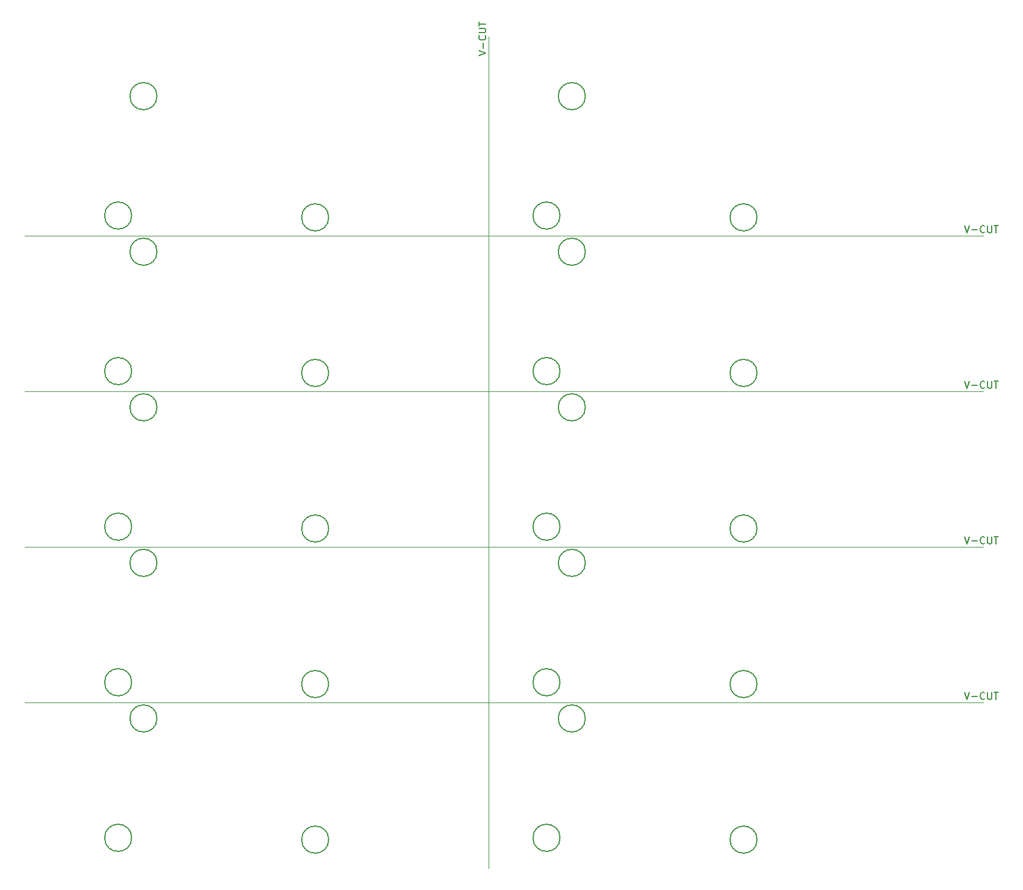
<source format=gbr>
G04 #@! TF.GenerationSoftware,KiCad,Pcbnew,5.1.0-060a0da~80~ubuntu18.04.1*
G04 #@! TF.CreationDate,2019-05-13T00:27:14+02:00*
G04 #@! TF.ProjectId,m3_2x5_panel,6d335f32-7835-45f7-9061-6e656c2e6b69,rev?*
G04 #@! TF.SameCoordinates,Original*
G04 #@! TF.FileFunction,Other,Comment*
%FSLAX46Y46*%
G04 Gerber Fmt 4.6, Leading zero omitted, Abs format (unit mm)*
G04 Created by KiCad (PCBNEW 5.1.0-060a0da~80~ubuntu18.04.1) date 2019-05-13 00:27:14*
%MOMM*%
%LPD*%
G04 APERTURE LIST*
%ADD10C,0.150000*%
%ADD11C,0.100000*%
G04 APERTURE END LIST*
D10*
X200952857Y-131464380D02*
X201286190Y-132464380D01*
X201619523Y-131464380D01*
X201952857Y-132083428D02*
X202714761Y-132083428D01*
X203762380Y-132369142D02*
X203714761Y-132416761D01*
X203571904Y-132464380D01*
X203476666Y-132464380D01*
X203333809Y-132416761D01*
X203238571Y-132321523D01*
X203190952Y-132226285D01*
X203143333Y-132035809D01*
X203143333Y-131892952D01*
X203190952Y-131702476D01*
X203238571Y-131607238D01*
X203333809Y-131512000D01*
X203476666Y-131464380D01*
X203571904Y-131464380D01*
X203714761Y-131512000D01*
X203762380Y-131559619D01*
X204190952Y-131464380D02*
X204190952Y-132273904D01*
X204238571Y-132369142D01*
X204286190Y-132416761D01*
X204381428Y-132464380D01*
X204571904Y-132464380D01*
X204667142Y-132416761D01*
X204714761Y-132369142D01*
X204762380Y-132273904D01*
X204762380Y-131464380D01*
X205095714Y-131464380D02*
X205667142Y-131464380D01*
X205381428Y-132464380D02*
X205381428Y-131464380D01*
X200952857Y-109620380D02*
X201286190Y-110620380D01*
X201619523Y-109620380D01*
X201952857Y-110239428D02*
X202714761Y-110239428D01*
X203762380Y-110525142D02*
X203714761Y-110572761D01*
X203571904Y-110620380D01*
X203476666Y-110620380D01*
X203333809Y-110572761D01*
X203238571Y-110477523D01*
X203190952Y-110382285D01*
X203143333Y-110191809D01*
X203143333Y-110048952D01*
X203190952Y-109858476D01*
X203238571Y-109763238D01*
X203333809Y-109668000D01*
X203476666Y-109620380D01*
X203571904Y-109620380D01*
X203714761Y-109668000D01*
X203762380Y-109715619D01*
X204190952Y-109620380D02*
X204190952Y-110429904D01*
X204238571Y-110525142D01*
X204286190Y-110572761D01*
X204381428Y-110620380D01*
X204571904Y-110620380D01*
X204667142Y-110572761D01*
X204714761Y-110525142D01*
X204762380Y-110429904D01*
X204762380Y-109620380D01*
X205095714Y-109620380D02*
X205667142Y-109620380D01*
X205381428Y-110620380D02*
X205381428Y-109620380D01*
X200952857Y-87776380D02*
X201286190Y-88776380D01*
X201619523Y-87776380D01*
X201952857Y-88395428D02*
X202714761Y-88395428D01*
X203762380Y-88681142D02*
X203714761Y-88728761D01*
X203571904Y-88776380D01*
X203476666Y-88776380D01*
X203333809Y-88728761D01*
X203238571Y-88633523D01*
X203190952Y-88538285D01*
X203143333Y-88347809D01*
X203143333Y-88204952D01*
X203190952Y-88014476D01*
X203238571Y-87919238D01*
X203333809Y-87824000D01*
X203476666Y-87776380D01*
X203571904Y-87776380D01*
X203714761Y-87824000D01*
X203762380Y-87871619D01*
X204190952Y-87776380D02*
X204190952Y-88585904D01*
X204238571Y-88681142D01*
X204286190Y-88728761D01*
X204381428Y-88776380D01*
X204571904Y-88776380D01*
X204667142Y-88728761D01*
X204714761Y-88681142D01*
X204762380Y-88585904D01*
X204762380Y-87776380D01*
X205095714Y-87776380D02*
X205667142Y-87776380D01*
X205381428Y-88776380D02*
X205381428Y-87776380D01*
D11*
X203540000Y-132862000D02*
X68860000Y-132862000D01*
X203540000Y-111018000D02*
X68860000Y-111018000D01*
X203540000Y-89174000D02*
X68860000Y-89174000D01*
D10*
X200952857Y-65932380D02*
X201286190Y-66932380D01*
X201619523Y-65932380D01*
X201952857Y-66551428D02*
X202714761Y-66551428D01*
X203762380Y-66837142D02*
X203714761Y-66884761D01*
X203571904Y-66932380D01*
X203476666Y-66932380D01*
X203333809Y-66884761D01*
X203238571Y-66789523D01*
X203190952Y-66694285D01*
X203143333Y-66503809D01*
X203143333Y-66360952D01*
X203190952Y-66170476D01*
X203238571Y-66075238D01*
X203333809Y-65980000D01*
X203476666Y-65932380D01*
X203571904Y-65932380D01*
X203714761Y-65980000D01*
X203762380Y-66027619D01*
X204190952Y-65932380D02*
X204190952Y-66741904D01*
X204238571Y-66837142D01*
X204286190Y-66884761D01*
X204381428Y-66932380D01*
X204571904Y-66932380D01*
X204667142Y-66884761D01*
X204714761Y-66837142D01*
X204762380Y-66741904D01*
X204762380Y-65932380D01*
X205095714Y-65932380D02*
X205667142Y-65932380D01*
X205381428Y-66932380D02*
X205381428Y-65932380D01*
D11*
X203540000Y-67330000D02*
X68860000Y-67330000D01*
D10*
X132662380Y-42057142D02*
X133662380Y-41723809D01*
X132662380Y-41390476D01*
X133281428Y-41057142D02*
X133281428Y-40295238D01*
X133567142Y-39247619D02*
X133614761Y-39295238D01*
X133662380Y-39438095D01*
X133662380Y-39533333D01*
X133614761Y-39676190D01*
X133519523Y-39771428D01*
X133424285Y-39819047D01*
X133233809Y-39866666D01*
X133090952Y-39866666D01*
X132900476Y-39819047D01*
X132805238Y-39771428D01*
X132710000Y-39676190D01*
X132662380Y-39533333D01*
X132662380Y-39438095D01*
X132710000Y-39295238D01*
X132757619Y-39247619D01*
X132662380Y-38819047D02*
X133471904Y-38819047D01*
X133567142Y-38771428D01*
X133614761Y-38723809D01*
X133662380Y-38628571D01*
X133662380Y-38438095D01*
X133614761Y-38342857D01*
X133567142Y-38295238D01*
X133471904Y-38247619D01*
X132662380Y-38247619D01*
X132662380Y-37914285D02*
X132662380Y-37342857D01*
X133662380Y-37628571D02*
X132662380Y-37628571D01*
D11*
X134060000Y-39470000D02*
X134060000Y-156210000D01*
D10*
X144086000Y-151910000D02*
G75*
G03X144086000Y-151910000I-1900000J0D01*
G01*
X83888000Y-151910000D02*
G75*
G03X83888000Y-151910000I-1900000J0D01*
G01*
X144086000Y-130066000D02*
G75*
G03X144086000Y-130066000I-1900000J0D01*
G01*
X83888000Y-130066000D02*
G75*
G03X83888000Y-130066000I-1900000J0D01*
G01*
X144086000Y-108222000D02*
G75*
G03X144086000Y-108222000I-1900000J0D01*
G01*
X83888000Y-108222000D02*
G75*
G03X83888000Y-108222000I-1900000J0D01*
G01*
X144086000Y-86378000D02*
G75*
G03X144086000Y-86378000I-1900000J0D01*
G01*
X83888000Y-86378000D02*
G75*
G03X83888000Y-86378000I-1900000J0D01*
G01*
X144086000Y-64534000D02*
G75*
G03X144086000Y-64534000I-1900000J0D01*
G01*
X147642000Y-135146000D02*
G75*
G03X147642000Y-135146000I-1900000J0D01*
G01*
X87444000Y-135146000D02*
G75*
G03X87444000Y-135146000I-1900000J0D01*
G01*
X147642000Y-113302000D02*
G75*
G03X147642000Y-113302000I-1900000J0D01*
G01*
X87444000Y-113302000D02*
G75*
G03X87444000Y-113302000I-1900000J0D01*
G01*
X147642000Y-91458000D02*
G75*
G03X147642000Y-91458000I-1900000J0D01*
G01*
X87444000Y-91458000D02*
G75*
G03X87444000Y-91458000I-1900000J0D01*
G01*
X147642000Y-69614000D02*
G75*
G03X147642000Y-69614000I-1900000J0D01*
G01*
X87444000Y-69614000D02*
G75*
G03X87444000Y-69614000I-1900000J0D01*
G01*
X147642000Y-47770000D02*
G75*
G03X147642000Y-47770000I-1900000J0D01*
G01*
X171772000Y-152164000D02*
G75*
G03X171772000Y-152164000I-1900000J0D01*
G01*
X111574000Y-152164000D02*
G75*
G03X111574000Y-152164000I-1900000J0D01*
G01*
X171772000Y-130320000D02*
G75*
G03X171772000Y-130320000I-1900000J0D01*
G01*
X111574000Y-130320000D02*
G75*
G03X111574000Y-130320000I-1900000J0D01*
G01*
X171772000Y-108476000D02*
G75*
G03X171772000Y-108476000I-1900000J0D01*
G01*
X111574000Y-108476000D02*
G75*
G03X111574000Y-108476000I-1900000J0D01*
G01*
X171772000Y-86632000D02*
G75*
G03X171772000Y-86632000I-1900000J0D01*
G01*
X111574000Y-86632000D02*
G75*
G03X111574000Y-86632000I-1900000J0D01*
G01*
X171772000Y-64788000D02*
G75*
G03X171772000Y-64788000I-1900000J0D01*
G01*
X87444000Y-47770000D02*
G75*
G03X87444000Y-47770000I-1900000J0D01*
G01*
X83888000Y-64534000D02*
G75*
G03X83888000Y-64534000I-1900000J0D01*
G01*
X111574000Y-64788000D02*
G75*
G03X111574000Y-64788000I-1900000J0D01*
G01*
M02*

</source>
